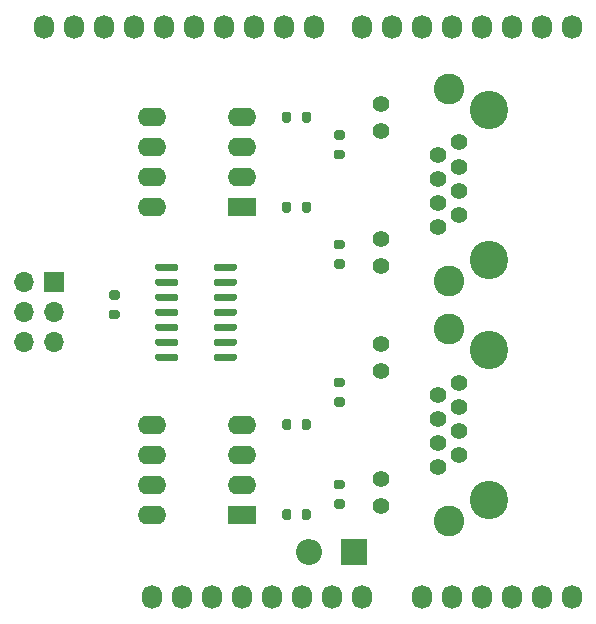
<source format=gts>
G04 #@! TF.GenerationSoftware,KiCad,Pcbnew,(5.1.9)-1*
G04 #@! TF.CreationDate,2021-06-10T00:36:34+02:00*
G04 #@! TF.ProjectId,shield,73686965-6c64-42e6-9b69-6361645f7063,rev?*
G04 #@! TF.SameCoordinates,Original*
G04 #@! TF.FileFunction,Soldermask,Top*
G04 #@! TF.FilePolarity,Negative*
%FSLAX46Y46*%
G04 Gerber Fmt 4.6, Leading zero omitted, Abs format (unit mm)*
G04 Created by KiCad (PCBNEW (5.1.9)-1) date 2021-06-10 00:36:34*
%MOMM*%
%LPD*%
G01*
G04 APERTURE LIST*
%ADD10C,1.400000*%
%ADD11C,2.600000*%
%ADD12C,3.250000*%
%ADD13O,2.200000X2.200000*%
%ADD14R,2.200000X2.200000*%
%ADD15R,1.700000X1.700000*%
%ADD16O,1.700000X1.700000*%
%ADD17O,2.400000X1.600000*%
%ADD18R,2.400000X1.600000*%
%ADD19O,1.727200X2.032000*%
G04 APERTURE END LIST*
D10*
X158373000Y-116090000D03*
X158373000Y-113800000D03*
X158373000Y-104660000D03*
X158373000Y-102370000D03*
X163193000Y-112800000D03*
X164973000Y-111780000D03*
X163193000Y-110760000D03*
X164973000Y-109740000D03*
X163193000Y-108720000D03*
X164973000Y-107700000D03*
X163193000Y-106680000D03*
X164973000Y-105660000D03*
D11*
X164083000Y-101100000D03*
X164083000Y-117360000D03*
D12*
X167513000Y-102880000D03*
X167513000Y-115580000D03*
D13*
X152273000Y-120015000D03*
D14*
X156083000Y-120015000D03*
G36*
G01*
X144183000Y-96035000D02*
X144183000Y-95735000D01*
G75*
G02*
X144333000Y-95585000I150000J0D01*
G01*
X145983000Y-95585000D01*
G75*
G02*
X146133000Y-95735000I0J-150000D01*
G01*
X146133000Y-96035000D01*
G75*
G02*
X145983000Y-96185000I-150000J0D01*
G01*
X144333000Y-96185000D01*
G75*
G02*
X144183000Y-96035000I0J150000D01*
G01*
G37*
G36*
G01*
X144183000Y-97305000D02*
X144183000Y-97005000D01*
G75*
G02*
X144333000Y-96855000I150000J0D01*
G01*
X145983000Y-96855000D01*
G75*
G02*
X146133000Y-97005000I0J-150000D01*
G01*
X146133000Y-97305000D01*
G75*
G02*
X145983000Y-97455000I-150000J0D01*
G01*
X144333000Y-97455000D01*
G75*
G02*
X144183000Y-97305000I0J150000D01*
G01*
G37*
G36*
G01*
X144183000Y-98575000D02*
X144183000Y-98275000D01*
G75*
G02*
X144333000Y-98125000I150000J0D01*
G01*
X145983000Y-98125000D01*
G75*
G02*
X146133000Y-98275000I0J-150000D01*
G01*
X146133000Y-98575000D01*
G75*
G02*
X145983000Y-98725000I-150000J0D01*
G01*
X144333000Y-98725000D01*
G75*
G02*
X144183000Y-98575000I0J150000D01*
G01*
G37*
G36*
G01*
X144183000Y-99845000D02*
X144183000Y-99545000D01*
G75*
G02*
X144333000Y-99395000I150000J0D01*
G01*
X145983000Y-99395000D01*
G75*
G02*
X146133000Y-99545000I0J-150000D01*
G01*
X146133000Y-99845000D01*
G75*
G02*
X145983000Y-99995000I-150000J0D01*
G01*
X144333000Y-99995000D01*
G75*
G02*
X144183000Y-99845000I0J150000D01*
G01*
G37*
G36*
G01*
X144183000Y-101115000D02*
X144183000Y-100815000D01*
G75*
G02*
X144333000Y-100665000I150000J0D01*
G01*
X145983000Y-100665000D01*
G75*
G02*
X146133000Y-100815000I0J-150000D01*
G01*
X146133000Y-101115000D01*
G75*
G02*
X145983000Y-101265000I-150000J0D01*
G01*
X144333000Y-101265000D01*
G75*
G02*
X144183000Y-101115000I0J150000D01*
G01*
G37*
G36*
G01*
X144183000Y-102385000D02*
X144183000Y-102085000D01*
G75*
G02*
X144333000Y-101935000I150000J0D01*
G01*
X145983000Y-101935000D01*
G75*
G02*
X146133000Y-102085000I0J-150000D01*
G01*
X146133000Y-102385000D01*
G75*
G02*
X145983000Y-102535000I-150000J0D01*
G01*
X144333000Y-102535000D01*
G75*
G02*
X144183000Y-102385000I0J150000D01*
G01*
G37*
G36*
G01*
X144183000Y-103655000D02*
X144183000Y-103355000D01*
G75*
G02*
X144333000Y-103205000I150000J0D01*
G01*
X145983000Y-103205000D01*
G75*
G02*
X146133000Y-103355000I0J-150000D01*
G01*
X146133000Y-103655000D01*
G75*
G02*
X145983000Y-103805000I-150000J0D01*
G01*
X144333000Y-103805000D01*
G75*
G02*
X144183000Y-103655000I0J150000D01*
G01*
G37*
G36*
G01*
X139233000Y-103655000D02*
X139233000Y-103355000D01*
G75*
G02*
X139383000Y-103205000I150000J0D01*
G01*
X141033000Y-103205000D01*
G75*
G02*
X141183000Y-103355000I0J-150000D01*
G01*
X141183000Y-103655000D01*
G75*
G02*
X141033000Y-103805000I-150000J0D01*
G01*
X139383000Y-103805000D01*
G75*
G02*
X139233000Y-103655000I0J150000D01*
G01*
G37*
G36*
G01*
X139233000Y-102385000D02*
X139233000Y-102085000D01*
G75*
G02*
X139383000Y-101935000I150000J0D01*
G01*
X141033000Y-101935000D01*
G75*
G02*
X141183000Y-102085000I0J-150000D01*
G01*
X141183000Y-102385000D01*
G75*
G02*
X141033000Y-102535000I-150000J0D01*
G01*
X139383000Y-102535000D01*
G75*
G02*
X139233000Y-102385000I0J150000D01*
G01*
G37*
G36*
G01*
X139233000Y-101115000D02*
X139233000Y-100815000D01*
G75*
G02*
X139383000Y-100665000I150000J0D01*
G01*
X141033000Y-100665000D01*
G75*
G02*
X141183000Y-100815000I0J-150000D01*
G01*
X141183000Y-101115000D01*
G75*
G02*
X141033000Y-101265000I-150000J0D01*
G01*
X139383000Y-101265000D01*
G75*
G02*
X139233000Y-101115000I0J150000D01*
G01*
G37*
G36*
G01*
X139233000Y-99845000D02*
X139233000Y-99545000D01*
G75*
G02*
X139383000Y-99395000I150000J0D01*
G01*
X141033000Y-99395000D01*
G75*
G02*
X141183000Y-99545000I0J-150000D01*
G01*
X141183000Y-99845000D01*
G75*
G02*
X141033000Y-99995000I-150000J0D01*
G01*
X139383000Y-99995000D01*
G75*
G02*
X139233000Y-99845000I0J150000D01*
G01*
G37*
G36*
G01*
X139233000Y-98575000D02*
X139233000Y-98275000D01*
G75*
G02*
X139383000Y-98125000I150000J0D01*
G01*
X141033000Y-98125000D01*
G75*
G02*
X141183000Y-98275000I0J-150000D01*
G01*
X141183000Y-98575000D01*
G75*
G02*
X141033000Y-98725000I-150000J0D01*
G01*
X139383000Y-98725000D01*
G75*
G02*
X139233000Y-98575000I0J150000D01*
G01*
G37*
G36*
G01*
X139233000Y-97305000D02*
X139233000Y-97005000D01*
G75*
G02*
X139383000Y-96855000I150000J0D01*
G01*
X141033000Y-96855000D01*
G75*
G02*
X141183000Y-97005000I0J-150000D01*
G01*
X141183000Y-97305000D01*
G75*
G02*
X141033000Y-97455000I-150000J0D01*
G01*
X139383000Y-97455000D01*
G75*
G02*
X139233000Y-97305000I0J150000D01*
G01*
G37*
G36*
G01*
X139233000Y-96035000D02*
X139233000Y-95735000D01*
G75*
G02*
X139383000Y-95585000I150000J0D01*
G01*
X141033000Y-95585000D01*
G75*
G02*
X141183000Y-95735000I0J-150000D01*
G01*
X141183000Y-96035000D01*
G75*
G02*
X141033000Y-96185000I-150000J0D01*
G01*
X139383000Y-96185000D01*
G75*
G02*
X139233000Y-96035000I0J150000D01*
G01*
G37*
D15*
X130683000Y-97155000D03*
D16*
X128143000Y-97155000D03*
X130683000Y-99695000D03*
X128143000Y-99695000D03*
X130683000Y-102235000D03*
X128143000Y-102235000D03*
G36*
G01*
X155088000Y-106065000D02*
X154538000Y-106065000D01*
G75*
G02*
X154338000Y-105865000I0J200000D01*
G01*
X154338000Y-105465000D01*
G75*
G02*
X154538000Y-105265000I200000J0D01*
G01*
X155088000Y-105265000D01*
G75*
G02*
X155288000Y-105465000I0J-200000D01*
G01*
X155288000Y-105865000D01*
G75*
G02*
X155088000Y-106065000I-200000J0D01*
G01*
G37*
G36*
G01*
X155088000Y-107715000D02*
X154538000Y-107715000D01*
G75*
G02*
X154338000Y-107515000I0J200000D01*
G01*
X154338000Y-107115000D01*
G75*
G02*
X154538000Y-106915000I200000J0D01*
G01*
X155088000Y-106915000D01*
G75*
G02*
X155288000Y-107115000I0J-200000D01*
G01*
X155288000Y-107515000D01*
G75*
G02*
X155088000Y-107715000I-200000J0D01*
G01*
G37*
G36*
G01*
X154538000Y-115550000D02*
X155088000Y-115550000D01*
G75*
G02*
X155288000Y-115750000I0J-200000D01*
G01*
X155288000Y-116150000D01*
G75*
G02*
X155088000Y-116350000I-200000J0D01*
G01*
X154538000Y-116350000D01*
G75*
G02*
X154338000Y-116150000I0J200000D01*
G01*
X154338000Y-115750000D01*
G75*
G02*
X154538000Y-115550000I200000J0D01*
G01*
G37*
G36*
G01*
X154538000Y-113900000D02*
X155088000Y-113900000D01*
G75*
G02*
X155288000Y-114100000I0J-200000D01*
G01*
X155288000Y-114500000D01*
G75*
G02*
X155088000Y-114700000I-200000J0D01*
G01*
X154538000Y-114700000D01*
G75*
G02*
X154338000Y-114500000I0J200000D01*
G01*
X154338000Y-114100000D01*
G75*
G02*
X154538000Y-113900000I200000J0D01*
G01*
G37*
G36*
G01*
X150768000Y-108945000D02*
X150768000Y-109495000D01*
G75*
G02*
X150568000Y-109695000I-200000J0D01*
G01*
X150168000Y-109695000D01*
G75*
G02*
X149968000Y-109495000I0J200000D01*
G01*
X149968000Y-108945000D01*
G75*
G02*
X150168000Y-108745000I200000J0D01*
G01*
X150568000Y-108745000D01*
G75*
G02*
X150768000Y-108945000I0J-200000D01*
G01*
G37*
G36*
G01*
X152418000Y-108945000D02*
X152418000Y-109495000D01*
G75*
G02*
X152218000Y-109695000I-200000J0D01*
G01*
X151818000Y-109695000D01*
G75*
G02*
X151618000Y-109495000I0J200000D01*
G01*
X151618000Y-108945000D01*
G75*
G02*
X151818000Y-108745000I200000J0D01*
G01*
X152218000Y-108745000D01*
G75*
G02*
X152418000Y-108945000I0J-200000D01*
G01*
G37*
G36*
G01*
X150768000Y-116565000D02*
X150768000Y-117115000D01*
G75*
G02*
X150568000Y-117315000I-200000J0D01*
G01*
X150168000Y-117315000D01*
G75*
G02*
X149968000Y-117115000I0J200000D01*
G01*
X149968000Y-116565000D01*
G75*
G02*
X150168000Y-116365000I200000J0D01*
G01*
X150568000Y-116365000D01*
G75*
G02*
X150768000Y-116565000I0J-200000D01*
G01*
G37*
G36*
G01*
X152418000Y-116565000D02*
X152418000Y-117115000D01*
G75*
G02*
X152218000Y-117315000I-200000J0D01*
G01*
X151818000Y-117315000D01*
G75*
G02*
X151618000Y-117115000I0J200000D01*
G01*
X151618000Y-116565000D01*
G75*
G02*
X151818000Y-116365000I200000J0D01*
G01*
X152218000Y-116365000D01*
G75*
G02*
X152418000Y-116565000I0J-200000D01*
G01*
G37*
G36*
G01*
X155088000Y-85110000D02*
X154538000Y-85110000D01*
G75*
G02*
X154338000Y-84910000I0J200000D01*
G01*
X154338000Y-84510000D01*
G75*
G02*
X154538000Y-84310000I200000J0D01*
G01*
X155088000Y-84310000D01*
G75*
G02*
X155288000Y-84510000I0J-200000D01*
G01*
X155288000Y-84910000D01*
G75*
G02*
X155088000Y-85110000I-200000J0D01*
G01*
G37*
G36*
G01*
X155088000Y-86760000D02*
X154538000Y-86760000D01*
G75*
G02*
X154338000Y-86560000I0J200000D01*
G01*
X154338000Y-86160000D01*
G75*
G02*
X154538000Y-85960000I200000J0D01*
G01*
X155088000Y-85960000D01*
G75*
G02*
X155288000Y-86160000I0J-200000D01*
G01*
X155288000Y-86560000D01*
G75*
G02*
X155088000Y-86760000I-200000J0D01*
G01*
G37*
G36*
G01*
X154538000Y-95230000D02*
X155088000Y-95230000D01*
G75*
G02*
X155288000Y-95430000I0J-200000D01*
G01*
X155288000Y-95830000D01*
G75*
G02*
X155088000Y-96030000I-200000J0D01*
G01*
X154538000Y-96030000D01*
G75*
G02*
X154338000Y-95830000I0J200000D01*
G01*
X154338000Y-95430000D01*
G75*
G02*
X154538000Y-95230000I200000J0D01*
G01*
G37*
G36*
G01*
X154538000Y-93580000D02*
X155088000Y-93580000D01*
G75*
G02*
X155288000Y-93780000I0J-200000D01*
G01*
X155288000Y-94180000D01*
G75*
G02*
X155088000Y-94380000I-200000J0D01*
G01*
X154538000Y-94380000D01*
G75*
G02*
X154338000Y-94180000I0J200000D01*
G01*
X154338000Y-93780000D01*
G75*
G02*
X154538000Y-93580000I200000J0D01*
G01*
G37*
G36*
G01*
X150768000Y-82910000D02*
X150768000Y-83460000D01*
G75*
G02*
X150568000Y-83660000I-200000J0D01*
G01*
X150168000Y-83660000D01*
G75*
G02*
X149968000Y-83460000I0J200000D01*
G01*
X149968000Y-82910000D01*
G75*
G02*
X150168000Y-82710000I200000J0D01*
G01*
X150568000Y-82710000D01*
G75*
G02*
X150768000Y-82910000I0J-200000D01*
G01*
G37*
G36*
G01*
X152418000Y-82910000D02*
X152418000Y-83460000D01*
G75*
G02*
X152218000Y-83660000I-200000J0D01*
G01*
X151818000Y-83660000D01*
G75*
G02*
X151618000Y-83460000I0J200000D01*
G01*
X151618000Y-82910000D01*
G75*
G02*
X151818000Y-82710000I200000J0D01*
G01*
X152218000Y-82710000D01*
G75*
G02*
X152418000Y-82910000I0J-200000D01*
G01*
G37*
G36*
G01*
X136038000Y-98635000D02*
X135488000Y-98635000D01*
G75*
G02*
X135288000Y-98435000I0J200000D01*
G01*
X135288000Y-98035000D01*
G75*
G02*
X135488000Y-97835000I200000J0D01*
G01*
X136038000Y-97835000D01*
G75*
G02*
X136238000Y-98035000I0J-200000D01*
G01*
X136238000Y-98435000D01*
G75*
G02*
X136038000Y-98635000I-200000J0D01*
G01*
G37*
G36*
G01*
X136038000Y-100285000D02*
X135488000Y-100285000D01*
G75*
G02*
X135288000Y-100085000I0J200000D01*
G01*
X135288000Y-99685000D01*
G75*
G02*
X135488000Y-99485000I200000J0D01*
G01*
X136038000Y-99485000D01*
G75*
G02*
X136238000Y-99685000I0J-200000D01*
G01*
X136238000Y-100085000D01*
G75*
G02*
X136038000Y-100285000I-200000J0D01*
G01*
G37*
G36*
G01*
X150768000Y-90530000D02*
X150768000Y-91080000D01*
G75*
G02*
X150568000Y-91280000I-200000J0D01*
G01*
X150168000Y-91280000D01*
G75*
G02*
X149968000Y-91080000I0J200000D01*
G01*
X149968000Y-90530000D01*
G75*
G02*
X150168000Y-90330000I200000J0D01*
G01*
X150568000Y-90330000D01*
G75*
G02*
X150768000Y-90530000I0J-200000D01*
G01*
G37*
G36*
G01*
X152418000Y-90530000D02*
X152418000Y-91080000D01*
G75*
G02*
X152218000Y-91280000I-200000J0D01*
G01*
X151818000Y-91280000D01*
G75*
G02*
X151618000Y-91080000I0J200000D01*
G01*
X151618000Y-90530000D01*
G75*
G02*
X151818000Y-90330000I200000J0D01*
G01*
X152218000Y-90330000D01*
G75*
G02*
X152418000Y-90530000I0J-200000D01*
G01*
G37*
D17*
X138938000Y-116840000D03*
X146558000Y-109220000D03*
X138938000Y-114300000D03*
X146558000Y-111760000D03*
X138938000Y-111760000D03*
X146558000Y-114300000D03*
X138938000Y-109220000D03*
D18*
X146558000Y-116840000D03*
D17*
X138938000Y-90805000D03*
X146558000Y-83185000D03*
X138938000Y-88265000D03*
X146558000Y-85725000D03*
X138938000Y-85725000D03*
X146558000Y-88265000D03*
X138938000Y-83185000D03*
D18*
X146558000Y-90805000D03*
D10*
X158373000Y-95760000D03*
X158373000Y-93470000D03*
X158373000Y-84330000D03*
X158373000Y-82040000D03*
X163193000Y-92470000D03*
X164973000Y-91450000D03*
X163193000Y-90430000D03*
X164973000Y-89410000D03*
X163193000Y-88390000D03*
X164973000Y-87370000D03*
X163193000Y-86350000D03*
X164973000Y-85330000D03*
D11*
X164083000Y-80770000D03*
X164083000Y-97030000D03*
D12*
X167513000Y-82550000D03*
X167513000Y-95250000D03*
D19*
X138938000Y-123825000D03*
X141478000Y-123825000D03*
X144018000Y-123825000D03*
X146558000Y-123825000D03*
X149098000Y-123825000D03*
X151638000Y-123825000D03*
X154178000Y-123825000D03*
X156718000Y-123825000D03*
X161798000Y-123825000D03*
X164338000Y-123825000D03*
X166878000Y-123825000D03*
X169418000Y-123825000D03*
X171958000Y-123825000D03*
X174498000Y-123825000D03*
X129794000Y-75565000D03*
X132334000Y-75565000D03*
X134874000Y-75565000D03*
X137414000Y-75565000D03*
X139954000Y-75565000D03*
X142494000Y-75565000D03*
X145034000Y-75565000D03*
X147574000Y-75565000D03*
X150114000Y-75565000D03*
X152654000Y-75565000D03*
X156718000Y-75565000D03*
X159258000Y-75565000D03*
X161798000Y-75565000D03*
X164338000Y-75565000D03*
X166878000Y-75565000D03*
X169418000Y-75565000D03*
X171958000Y-75565000D03*
X174498000Y-75565000D03*
M02*

</source>
